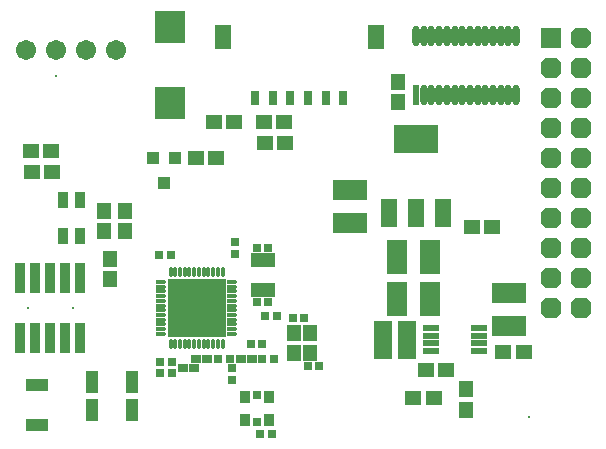
<source format=gts>
%FSLAX25Y25*%
%MOIN*%
G70*
G01*
G75*
G04 Layer_Color=8388736*
%ADD10R,0.03000X0.09400*%
%ADD11R,0.06300X0.10700*%
%ADD12R,0.09500X0.10300*%
%ADD13O,0.00787X0.02559*%
%ADD14O,0.02559X0.00787*%
%ADD15R,0.18504X0.18504*%
%ADD16R,0.01575X0.06000*%
%ADD17O,0.01575X0.06000*%
%ADD18R,0.07087X0.03937*%
%ADD19R,0.04331X0.04724*%
%ADD20R,0.14200X0.08700*%
%ADD21R,0.04800X0.08800*%
%ADD22R,0.04800X0.01600*%
%ADD23R,0.06693X0.03150*%
%ADD24R,0.03150X0.06693*%
%ADD25R,0.04400X0.04000*%
%ADD26R,0.04000X0.04400*%
%ADD27R,0.03200X0.03600*%
%ADD28R,0.02800X0.04800*%
%ADD29R,0.05512X0.11811*%
%ADD30R,0.02559X0.01969*%
%ADD31R,0.02953X0.03150*%
%ADD32R,0.01969X0.02284*%
%ADD33R,0.02362X0.03937*%
%ADD34R,0.04921X0.07087*%
%ADD35R,0.02362X0.01969*%
%ADD36R,0.10700X0.06300*%
%ADD37R,0.01969X0.02362*%
%ADD38C,0.00600*%
%ADD39C,0.02500*%
%ADD40C,0.01200*%
%ADD41C,0.00800*%
%ADD42C,0.05000*%
%ADD43C,0.01000*%
%ADD44C,0.02000*%
%ADD45C,0.04500*%
%ADD46C,0.03700*%
%ADD47C,0.05906*%
G04:AMPARAMS|DCode=48|XSize=60mil|YSize=60mil|CornerRadius=0mil|HoleSize=0mil|Usage=FLASHONLY|Rotation=270.000|XOffset=0mil|YOffset=0mil|HoleType=Round|Shape=Octagon|*
%AMOCTAGOND48*
4,1,8,-0.01500,-0.03000,0.01500,-0.03000,0.03000,-0.01500,0.03000,0.01500,0.01500,0.03000,-0.01500,0.03000,-0.03000,0.01500,-0.03000,-0.01500,-0.01500,-0.03000,0.0*
%
%ADD48OCTAGOND48*%

%ADD49R,0.06000X0.06000*%
%ADD50C,0.02400*%
%ADD51C,0.02598*%
%ADD52C,0.00984*%
%ADD53C,0.01500*%
%ADD54C,0.00000*%
%ADD55C,0.01969*%
%ADD56C,0.00500*%
%ADD57C,0.00787*%
%ADD58C,0.00591*%
%ADD59C,0.01181*%
%ADD60C,0.00100*%
%ADD61R,0.12504X0.12504*%
%ADD62R,0.03800X0.10200*%
%ADD63R,0.07100X0.11500*%
%ADD64R,0.10300X0.11100*%
%ADD65O,0.01587X0.03359*%
%ADD66O,0.03359X0.01587*%
%ADD67R,0.19304X0.19304*%
%ADD68R,0.02375X0.06800*%
%ADD69O,0.02375X0.06800*%
%ADD70R,0.07887X0.04737*%
%ADD71R,0.05131X0.05524*%
%ADD72R,0.15000X0.09500*%
%ADD73R,0.05600X0.09600*%
%ADD74R,0.05600X0.02400*%
%ADD75R,0.07493X0.03950*%
%ADD76R,0.03950X0.07493*%
%ADD77R,0.05200X0.04800*%
%ADD78R,0.04800X0.05200*%
%ADD79R,0.04000X0.04400*%
%ADD80R,0.03600X0.05600*%
%ADD81R,0.06312X0.12611*%
%ADD82R,0.03359X0.02769*%
%ADD83R,0.03753X0.03950*%
%ADD84R,0.02769X0.03084*%
%ADD85R,0.03162X0.04737*%
%ADD86R,0.05721X0.07887*%
%ADD87R,0.03162X0.02769*%
%ADD88R,0.11500X0.07100*%
%ADD89R,0.02769X0.03162*%
%ADD90C,0.00800*%
%ADD91C,0.06706*%
G04:AMPARAMS|DCode=92|XSize=68mil|YSize=68mil|CornerRadius=0mil|HoleSize=0mil|Usage=FLASHONLY|Rotation=270.000|XOffset=0mil|YOffset=0mil|HoleType=Round|Shape=Octagon|*
%AMOCTAGOND92*
4,1,8,-0.01700,-0.03400,0.01700,-0.03400,0.03400,-0.01700,0.03400,0.01700,0.01700,0.03400,-0.01700,0.03400,-0.03400,0.01700,-0.03400,-0.01700,-0.01700,-0.03400,0.0*
%
%ADD92OCTAGOND92*%

%ADD93R,0.06800X0.06800*%
%ADD94R,0.00800X0.00800*%
%ADD95C,0.03198*%
D62*
X504000Y192000D02*
D03*
X499000D02*
D03*
X494000D02*
D03*
X489000D02*
D03*
X484000D02*
D03*
X504000Y172000D02*
D03*
X499000D02*
D03*
X494000D02*
D03*
X489000D02*
D03*
X484000D02*
D03*
D63*
X620600Y185000D02*
D03*
X609488D02*
D03*
X620600Y199000D02*
D03*
X609488D02*
D03*
D64*
X534000Y250402D02*
D03*
Y275600D02*
D03*
D65*
X551470Y193972D02*
D03*
X549895D02*
D03*
X548320D02*
D03*
X546745D02*
D03*
X545171D02*
D03*
X543596D02*
D03*
X542021D02*
D03*
X540446D02*
D03*
X538871D02*
D03*
X537297D02*
D03*
X535722D02*
D03*
X534147D02*
D03*
Y170153D02*
D03*
X535722D02*
D03*
X537297D02*
D03*
X538871D02*
D03*
X540446D02*
D03*
X542021D02*
D03*
X543596D02*
D03*
X545171D02*
D03*
X546745D02*
D03*
X548320D02*
D03*
X549895D02*
D03*
X551470D02*
D03*
D66*
X530899Y190724D02*
D03*
Y189150D02*
D03*
Y187575D02*
D03*
Y186000D02*
D03*
Y184425D02*
D03*
Y182850D02*
D03*
Y181276D02*
D03*
Y179701D02*
D03*
Y178126D02*
D03*
Y176551D02*
D03*
Y174976D02*
D03*
Y173402D02*
D03*
X554718D02*
D03*
Y174976D02*
D03*
Y176551D02*
D03*
Y178126D02*
D03*
Y179701D02*
D03*
Y181276D02*
D03*
Y182850D02*
D03*
Y184425D02*
D03*
Y186000D02*
D03*
Y187575D02*
D03*
Y189150D02*
D03*
Y190724D02*
D03*
D67*
X542808Y182063D02*
D03*
D68*
X616000Y253000D02*
D03*
D69*
X618559D02*
D03*
X621118D02*
D03*
X623677D02*
D03*
X626236D02*
D03*
X628795D02*
D03*
X631354D02*
D03*
X633913D02*
D03*
X636473D02*
D03*
X639032D02*
D03*
X641591D02*
D03*
X644150D02*
D03*
X646709D02*
D03*
X649268D02*
D03*
X616000Y272685D02*
D03*
X618559D02*
D03*
X621118D02*
D03*
X623677D02*
D03*
X626236D02*
D03*
X628795D02*
D03*
X631354D02*
D03*
X633913D02*
D03*
X636473D02*
D03*
X639032D02*
D03*
X641591D02*
D03*
X644150D02*
D03*
X646709D02*
D03*
X649268D02*
D03*
D70*
X564808Y188142D02*
D03*
Y197984D02*
D03*
D71*
X580756Y173846D02*
D03*
X575244Y173846D02*
D03*
X580756Y167154D02*
D03*
X575244D02*
D03*
D72*
X616000Y238300D02*
D03*
D73*
X625100Y213800D02*
D03*
X616000D02*
D03*
X606900D02*
D03*
D74*
X637071Y167661D02*
D03*
Y170220D02*
D03*
Y172800D02*
D03*
Y175400D02*
D03*
X620900D02*
D03*
Y172800D02*
D03*
Y170220D02*
D03*
Y167661D02*
D03*
D75*
X489500Y142925D02*
D03*
Y156311D02*
D03*
D76*
X508000Y157500D02*
D03*
X521386D02*
D03*
X508000Y148000D02*
D03*
X521386D02*
D03*
D77*
X487653Y234500D02*
D03*
X494400D02*
D03*
X565654Y237000D02*
D03*
X572400D02*
D03*
X565154Y244000D02*
D03*
X571900D02*
D03*
X542654Y232000D02*
D03*
X549400D02*
D03*
X487797Y227371D02*
D03*
X494543D02*
D03*
X621846Y152000D02*
D03*
X615100D02*
D03*
X641347Y209000D02*
D03*
X634600D02*
D03*
X645053Y167500D02*
D03*
X651800D02*
D03*
X619153Y161500D02*
D03*
X625900D02*
D03*
X548654Y244000D02*
D03*
X555400D02*
D03*
D78*
X512000Y207653D02*
D03*
Y214400D02*
D03*
X519000Y207653D02*
D03*
Y214400D02*
D03*
X514000Y191654D02*
D03*
Y198400D02*
D03*
X632500Y148153D02*
D03*
Y154900D02*
D03*
X610000Y250654D02*
D03*
Y257400D02*
D03*
D79*
X535740Y231937D02*
D03*
X528200D02*
D03*
X532000Y223600D02*
D03*
D80*
X503800Y206095D02*
D03*
X498244D02*
D03*
X503800Y218000D02*
D03*
X498244D02*
D03*
D81*
X605000Y171500D02*
D03*
X612874D02*
D03*
D82*
X557630Y165000D02*
D03*
X561370D02*
D03*
X538130Y162000D02*
D03*
X541870D02*
D03*
X542630Y165000D02*
D03*
X546370D02*
D03*
D83*
X567035Y144760D02*
D03*
X558965D02*
D03*
X567035Y152240D02*
D03*
X558965D02*
D03*
D84*
X563000Y143933D02*
D03*
Y153067D02*
D03*
D85*
X562236Y252000D02*
D03*
X568142D02*
D03*
X574047D02*
D03*
X579953D02*
D03*
X585858D02*
D03*
X591764D02*
D03*
D86*
X551488Y272472D02*
D03*
X602512D02*
D03*
D87*
X564032Y140000D02*
D03*
X567969D02*
D03*
X566777Y202063D02*
D03*
X562840D02*
D03*
X566777Y184063D02*
D03*
X562840D02*
D03*
X534277Y199563D02*
D03*
X530340D02*
D03*
X534469Y164000D02*
D03*
X530532D02*
D03*
X560840Y170063D02*
D03*
X564777D02*
D03*
X565531Y179500D02*
D03*
X569468D02*
D03*
X564532Y165000D02*
D03*
X568469D02*
D03*
X550032D02*
D03*
X553968D02*
D03*
X534469Y160500D02*
D03*
X530532D02*
D03*
X574840Y178563D02*
D03*
X578777D02*
D03*
X579840Y162563D02*
D03*
X583777D02*
D03*
D88*
X594000Y210400D02*
D03*
Y221512D02*
D03*
X647000Y187050D02*
D03*
Y175938D02*
D03*
D89*
X555500Y200031D02*
D03*
Y203969D02*
D03*
X554500Y161969D02*
D03*
Y158031D02*
D03*
D90*
X501500Y182000D02*
D03*
X486500D02*
D03*
X496000Y259496D02*
D03*
D91*
X516000Y268000D02*
D03*
X506000D02*
D03*
X496000D02*
D03*
X486000D02*
D03*
D92*
X671000Y182000D02*
D03*
X661000D02*
D03*
X671000Y192000D02*
D03*
X661000D02*
D03*
X671000Y202000D02*
D03*
X661000D02*
D03*
X671000Y212000D02*
D03*
X661000D02*
D03*
X671000Y222000D02*
D03*
X661000D02*
D03*
X671000Y232000D02*
D03*
X661000D02*
D03*
X671000Y242000D02*
D03*
X661000D02*
D03*
X671000Y252000D02*
D03*
X661000D02*
D03*
X671000Y262000D02*
D03*
X661000D02*
D03*
X671000Y272000D02*
D03*
D93*
X661000D02*
D03*
D94*
X653543Y145669D02*
D03*
D95*
X549895Y189150D02*
D03*
Y184425D02*
D03*
Y179701D02*
D03*
Y174976D02*
D03*
X545171Y189150D02*
D03*
Y184425D02*
D03*
Y179701D02*
D03*
Y174976D02*
D03*
X540446Y189150D02*
D03*
Y184425D02*
D03*
Y179701D02*
D03*
Y174976D02*
D03*
X535722Y189150D02*
D03*
Y184425D02*
D03*
Y179701D02*
D03*
Y174976D02*
D03*
M02*

</source>
